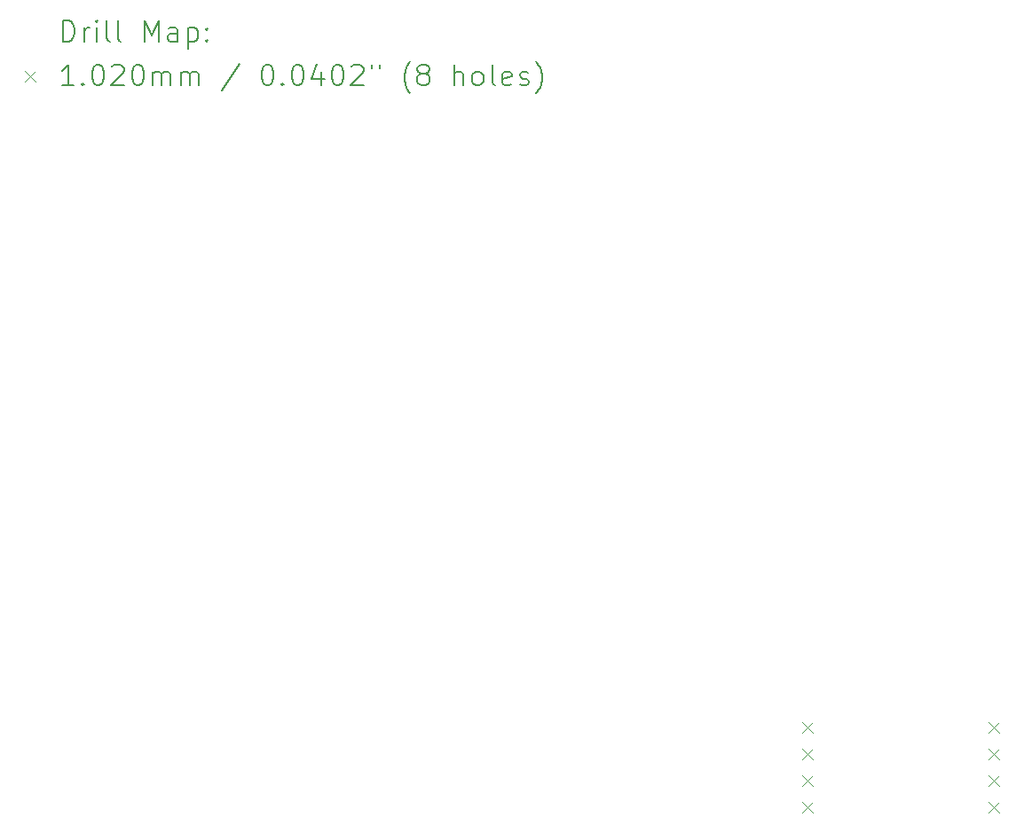
<source format=gbr>
%TF.GenerationSoftware,KiCad,Pcbnew,7.0.8*%
%TF.CreationDate,2024-01-23T15:03:54-05:00*%
%TF.ProjectId,SupervisoryCircuitPCB,53757065-7276-4697-936f-727943697263,rev?*%
%TF.SameCoordinates,Original*%
%TF.FileFunction,Drillmap*%
%TF.FilePolarity,Positive*%
%FSLAX45Y45*%
G04 Gerber Fmt 4.5, Leading zero omitted, Abs format (unit mm)*
G04 Created by KiCad (PCBNEW 7.0.8) date 2024-01-23 15:03:54*
%MOMM*%
%LPD*%
G01*
G04 APERTURE LIST*
%ADD10C,0.200000*%
%ADD11C,0.102000*%
G04 APERTURE END LIST*
D10*
D11*
X7315000Y-6807000D02*
X7417000Y-6909000D01*
X7417000Y-6807000D02*
X7315000Y-6909000D01*
X7315000Y-7061000D02*
X7417000Y-7163000D01*
X7417000Y-7061000D02*
X7315000Y-7163000D01*
X7315000Y-7315000D02*
X7417000Y-7417000D01*
X7417000Y-7315000D02*
X7315000Y-7417000D01*
X7315000Y-7569000D02*
X7417000Y-7671000D01*
X7417000Y-7569000D02*
X7315000Y-7671000D01*
X9093000Y-6807000D02*
X9195000Y-6909000D01*
X9195000Y-6807000D02*
X9093000Y-6909000D01*
X9093000Y-7061000D02*
X9195000Y-7163000D01*
X9195000Y-7061000D02*
X9093000Y-7163000D01*
X9093000Y-7315000D02*
X9195000Y-7417000D01*
X9195000Y-7315000D02*
X9093000Y-7417000D01*
X9093000Y-7569000D02*
X9195000Y-7671000D01*
X9195000Y-7569000D02*
X9093000Y-7671000D01*
D10*
X260777Y-311484D02*
X260777Y-111484D01*
X260777Y-111484D02*
X308396Y-111484D01*
X308396Y-111484D02*
X336967Y-121008D01*
X336967Y-121008D02*
X356015Y-140055D01*
X356015Y-140055D02*
X365539Y-159103D01*
X365539Y-159103D02*
X375062Y-197198D01*
X375062Y-197198D02*
X375062Y-225769D01*
X375062Y-225769D02*
X365539Y-263865D01*
X365539Y-263865D02*
X356015Y-282912D01*
X356015Y-282912D02*
X336967Y-301960D01*
X336967Y-301960D02*
X308396Y-311484D01*
X308396Y-311484D02*
X260777Y-311484D01*
X460777Y-311484D02*
X460777Y-178150D01*
X460777Y-216246D02*
X470301Y-197198D01*
X470301Y-197198D02*
X479824Y-187674D01*
X479824Y-187674D02*
X498872Y-178150D01*
X498872Y-178150D02*
X517920Y-178150D01*
X584586Y-311484D02*
X584586Y-178150D01*
X584586Y-111484D02*
X575063Y-121008D01*
X575063Y-121008D02*
X584586Y-130531D01*
X584586Y-130531D02*
X594110Y-121008D01*
X594110Y-121008D02*
X584586Y-111484D01*
X584586Y-111484D02*
X584586Y-130531D01*
X708396Y-311484D02*
X689348Y-301960D01*
X689348Y-301960D02*
X679824Y-282912D01*
X679824Y-282912D02*
X679824Y-111484D01*
X813158Y-311484D02*
X794110Y-301960D01*
X794110Y-301960D02*
X784586Y-282912D01*
X784586Y-282912D02*
X784586Y-111484D01*
X1041729Y-311484D02*
X1041729Y-111484D01*
X1041729Y-111484D02*
X1108396Y-254341D01*
X1108396Y-254341D02*
X1175063Y-111484D01*
X1175063Y-111484D02*
X1175063Y-311484D01*
X1356015Y-311484D02*
X1356015Y-206722D01*
X1356015Y-206722D02*
X1346491Y-187674D01*
X1346491Y-187674D02*
X1327444Y-178150D01*
X1327444Y-178150D02*
X1289348Y-178150D01*
X1289348Y-178150D02*
X1270301Y-187674D01*
X1356015Y-301960D02*
X1336967Y-311484D01*
X1336967Y-311484D02*
X1289348Y-311484D01*
X1289348Y-311484D02*
X1270301Y-301960D01*
X1270301Y-301960D02*
X1260777Y-282912D01*
X1260777Y-282912D02*
X1260777Y-263865D01*
X1260777Y-263865D02*
X1270301Y-244817D01*
X1270301Y-244817D02*
X1289348Y-235293D01*
X1289348Y-235293D02*
X1336967Y-235293D01*
X1336967Y-235293D02*
X1356015Y-225769D01*
X1451253Y-178150D02*
X1451253Y-378150D01*
X1451253Y-187674D02*
X1470301Y-178150D01*
X1470301Y-178150D02*
X1508396Y-178150D01*
X1508396Y-178150D02*
X1527443Y-187674D01*
X1527443Y-187674D02*
X1536967Y-197198D01*
X1536967Y-197198D02*
X1546491Y-216246D01*
X1546491Y-216246D02*
X1546491Y-273389D01*
X1546491Y-273389D02*
X1536967Y-292436D01*
X1536967Y-292436D02*
X1527443Y-301960D01*
X1527443Y-301960D02*
X1508396Y-311484D01*
X1508396Y-311484D02*
X1470301Y-311484D01*
X1470301Y-311484D02*
X1451253Y-301960D01*
X1632205Y-292436D02*
X1641729Y-301960D01*
X1641729Y-301960D02*
X1632205Y-311484D01*
X1632205Y-311484D02*
X1622682Y-301960D01*
X1622682Y-301960D02*
X1632205Y-292436D01*
X1632205Y-292436D02*
X1632205Y-311484D01*
X1632205Y-187674D02*
X1641729Y-197198D01*
X1641729Y-197198D02*
X1632205Y-206722D01*
X1632205Y-206722D02*
X1622682Y-197198D01*
X1622682Y-197198D02*
X1632205Y-187674D01*
X1632205Y-187674D02*
X1632205Y-206722D01*
D11*
X-102000Y-589000D02*
X0Y-691000D01*
X0Y-589000D02*
X-102000Y-691000D01*
D10*
X365539Y-731484D02*
X251253Y-731484D01*
X308396Y-731484D02*
X308396Y-531484D01*
X308396Y-531484D02*
X289348Y-560055D01*
X289348Y-560055D02*
X270301Y-579103D01*
X270301Y-579103D02*
X251253Y-588627D01*
X451253Y-712436D02*
X460777Y-721960D01*
X460777Y-721960D02*
X451253Y-731484D01*
X451253Y-731484D02*
X441729Y-721960D01*
X441729Y-721960D02*
X451253Y-712436D01*
X451253Y-712436D02*
X451253Y-731484D01*
X584586Y-531484D02*
X603634Y-531484D01*
X603634Y-531484D02*
X622682Y-541008D01*
X622682Y-541008D02*
X632205Y-550531D01*
X632205Y-550531D02*
X641729Y-569579D01*
X641729Y-569579D02*
X651253Y-607674D01*
X651253Y-607674D02*
X651253Y-655293D01*
X651253Y-655293D02*
X641729Y-693389D01*
X641729Y-693389D02*
X632205Y-712436D01*
X632205Y-712436D02*
X622682Y-721960D01*
X622682Y-721960D02*
X603634Y-731484D01*
X603634Y-731484D02*
X584586Y-731484D01*
X584586Y-731484D02*
X565539Y-721960D01*
X565539Y-721960D02*
X556015Y-712436D01*
X556015Y-712436D02*
X546491Y-693389D01*
X546491Y-693389D02*
X536967Y-655293D01*
X536967Y-655293D02*
X536967Y-607674D01*
X536967Y-607674D02*
X546491Y-569579D01*
X546491Y-569579D02*
X556015Y-550531D01*
X556015Y-550531D02*
X565539Y-541008D01*
X565539Y-541008D02*
X584586Y-531484D01*
X727443Y-550531D02*
X736967Y-541008D01*
X736967Y-541008D02*
X756015Y-531484D01*
X756015Y-531484D02*
X803634Y-531484D01*
X803634Y-531484D02*
X822682Y-541008D01*
X822682Y-541008D02*
X832205Y-550531D01*
X832205Y-550531D02*
X841729Y-569579D01*
X841729Y-569579D02*
X841729Y-588627D01*
X841729Y-588627D02*
X832205Y-617198D01*
X832205Y-617198D02*
X717920Y-731484D01*
X717920Y-731484D02*
X841729Y-731484D01*
X965539Y-531484D02*
X984586Y-531484D01*
X984586Y-531484D02*
X1003634Y-541008D01*
X1003634Y-541008D02*
X1013158Y-550531D01*
X1013158Y-550531D02*
X1022682Y-569579D01*
X1022682Y-569579D02*
X1032205Y-607674D01*
X1032205Y-607674D02*
X1032205Y-655293D01*
X1032205Y-655293D02*
X1022682Y-693389D01*
X1022682Y-693389D02*
X1013158Y-712436D01*
X1013158Y-712436D02*
X1003634Y-721960D01*
X1003634Y-721960D02*
X984586Y-731484D01*
X984586Y-731484D02*
X965539Y-731484D01*
X965539Y-731484D02*
X946491Y-721960D01*
X946491Y-721960D02*
X936967Y-712436D01*
X936967Y-712436D02*
X927443Y-693389D01*
X927443Y-693389D02*
X917920Y-655293D01*
X917920Y-655293D02*
X917920Y-607674D01*
X917920Y-607674D02*
X927443Y-569579D01*
X927443Y-569579D02*
X936967Y-550531D01*
X936967Y-550531D02*
X946491Y-541008D01*
X946491Y-541008D02*
X965539Y-531484D01*
X1117920Y-731484D02*
X1117920Y-598150D01*
X1117920Y-617198D02*
X1127444Y-607674D01*
X1127444Y-607674D02*
X1146491Y-598150D01*
X1146491Y-598150D02*
X1175063Y-598150D01*
X1175063Y-598150D02*
X1194110Y-607674D01*
X1194110Y-607674D02*
X1203634Y-626722D01*
X1203634Y-626722D02*
X1203634Y-731484D01*
X1203634Y-626722D02*
X1213158Y-607674D01*
X1213158Y-607674D02*
X1232205Y-598150D01*
X1232205Y-598150D02*
X1260777Y-598150D01*
X1260777Y-598150D02*
X1279825Y-607674D01*
X1279825Y-607674D02*
X1289348Y-626722D01*
X1289348Y-626722D02*
X1289348Y-731484D01*
X1384586Y-731484D02*
X1384586Y-598150D01*
X1384586Y-617198D02*
X1394110Y-607674D01*
X1394110Y-607674D02*
X1413158Y-598150D01*
X1413158Y-598150D02*
X1441729Y-598150D01*
X1441729Y-598150D02*
X1460777Y-607674D01*
X1460777Y-607674D02*
X1470301Y-626722D01*
X1470301Y-626722D02*
X1470301Y-731484D01*
X1470301Y-626722D02*
X1479824Y-607674D01*
X1479824Y-607674D02*
X1498872Y-598150D01*
X1498872Y-598150D02*
X1527443Y-598150D01*
X1527443Y-598150D02*
X1546491Y-607674D01*
X1546491Y-607674D02*
X1556015Y-626722D01*
X1556015Y-626722D02*
X1556015Y-731484D01*
X1946491Y-521960D02*
X1775063Y-779103D01*
X2203634Y-531484D02*
X2222682Y-531484D01*
X2222682Y-531484D02*
X2241729Y-541008D01*
X2241729Y-541008D02*
X2251253Y-550531D01*
X2251253Y-550531D02*
X2260777Y-569579D01*
X2260777Y-569579D02*
X2270301Y-607674D01*
X2270301Y-607674D02*
X2270301Y-655293D01*
X2270301Y-655293D02*
X2260777Y-693389D01*
X2260777Y-693389D02*
X2251253Y-712436D01*
X2251253Y-712436D02*
X2241729Y-721960D01*
X2241729Y-721960D02*
X2222682Y-731484D01*
X2222682Y-731484D02*
X2203634Y-731484D01*
X2203634Y-731484D02*
X2184587Y-721960D01*
X2184587Y-721960D02*
X2175063Y-712436D01*
X2175063Y-712436D02*
X2165539Y-693389D01*
X2165539Y-693389D02*
X2156015Y-655293D01*
X2156015Y-655293D02*
X2156015Y-607674D01*
X2156015Y-607674D02*
X2165539Y-569579D01*
X2165539Y-569579D02*
X2175063Y-550531D01*
X2175063Y-550531D02*
X2184587Y-541008D01*
X2184587Y-541008D02*
X2203634Y-531484D01*
X2356015Y-712436D02*
X2365539Y-721960D01*
X2365539Y-721960D02*
X2356015Y-731484D01*
X2356015Y-731484D02*
X2346491Y-721960D01*
X2346491Y-721960D02*
X2356015Y-712436D01*
X2356015Y-712436D02*
X2356015Y-731484D01*
X2489348Y-531484D02*
X2508396Y-531484D01*
X2508396Y-531484D02*
X2527444Y-541008D01*
X2527444Y-541008D02*
X2536968Y-550531D01*
X2536968Y-550531D02*
X2546491Y-569579D01*
X2546491Y-569579D02*
X2556015Y-607674D01*
X2556015Y-607674D02*
X2556015Y-655293D01*
X2556015Y-655293D02*
X2546491Y-693389D01*
X2546491Y-693389D02*
X2536968Y-712436D01*
X2536968Y-712436D02*
X2527444Y-721960D01*
X2527444Y-721960D02*
X2508396Y-731484D01*
X2508396Y-731484D02*
X2489348Y-731484D01*
X2489348Y-731484D02*
X2470301Y-721960D01*
X2470301Y-721960D02*
X2460777Y-712436D01*
X2460777Y-712436D02*
X2451253Y-693389D01*
X2451253Y-693389D02*
X2441729Y-655293D01*
X2441729Y-655293D02*
X2441729Y-607674D01*
X2441729Y-607674D02*
X2451253Y-569579D01*
X2451253Y-569579D02*
X2460777Y-550531D01*
X2460777Y-550531D02*
X2470301Y-541008D01*
X2470301Y-541008D02*
X2489348Y-531484D01*
X2727444Y-598150D02*
X2727444Y-731484D01*
X2679825Y-521960D02*
X2632206Y-664817D01*
X2632206Y-664817D02*
X2756015Y-664817D01*
X2870301Y-531484D02*
X2889348Y-531484D01*
X2889348Y-531484D02*
X2908396Y-541008D01*
X2908396Y-541008D02*
X2917920Y-550531D01*
X2917920Y-550531D02*
X2927444Y-569579D01*
X2927444Y-569579D02*
X2936967Y-607674D01*
X2936967Y-607674D02*
X2936967Y-655293D01*
X2936967Y-655293D02*
X2927444Y-693389D01*
X2927444Y-693389D02*
X2917920Y-712436D01*
X2917920Y-712436D02*
X2908396Y-721960D01*
X2908396Y-721960D02*
X2889348Y-731484D01*
X2889348Y-731484D02*
X2870301Y-731484D01*
X2870301Y-731484D02*
X2851253Y-721960D01*
X2851253Y-721960D02*
X2841729Y-712436D01*
X2841729Y-712436D02*
X2832206Y-693389D01*
X2832206Y-693389D02*
X2822682Y-655293D01*
X2822682Y-655293D02*
X2822682Y-607674D01*
X2822682Y-607674D02*
X2832206Y-569579D01*
X2832206Y-569579D02*
X2841729Y-550531D01*
X2841729Y-550531D02*
X2851253Y-541008D01*
X2851253Y-541008D02*
X2870301Y-531484D01*
X3013158Y-550531D02*
X3022682Y-541008D01*
X3022682Y-541008D02*
X3041729Y-531484D01*
X3041729Y-531484D02*
X3089348Y-531484D01*
X3089348Y-531484D02*
X3108396Y-541008D01*
X3108396Y-541008D02*
X3117920Y-550531D01*
X3117920Y-550531D02*
X3127444Y-569579D01*
X3127444Y-569579D02*
X3127444Y-588627D01*
X3127444Y-588627D02*
X3117920Y-617198D01*
X3117920Y-617198D02*
X3003634Y-731484D01*
X3003634Y-731484D02*
X3127444Y-731484D01*
X3203634Y-531484D02*
X3203634Y-569579D01*
X3279825Y-531484D02*
X3279825Y-569579D01*
X3575063Y-807674D02*
X3565539Y-798150D01*
X3565539Y-798150D02*
X3546491Y-769579D01*
X3546491Y-769579D02*
X3536968Y-750531D01*
X3536968Y-750531D02*
X3527444Y-721960D01*
X3527444Y-721960D02*
X3517920Y-674341D01*
X3517920Y-674341D02*
X3517920Y-636246D01*
X3517920Y-636246D02*
X3527444Y-588627D01*
X3527444Y-588627D02*
X3536968Y-560055D01*
X3536968Y-560055D02*
X3546491Y-541008D01*
X3546491Y-541008D02*
X3565539Y-512436D01*
X3565539Y-512436D02*
X3575063Y-502912D01*
X3679825Y-617198D02*
X3660777Y-607674D01*
X3660777Y-607674D02*
X3651253Y-598150D01*
X3651253Y-598150D02*
X3641729Y-579103D01*
X3641729Y-579103D02*
X3641729Y-569579D01*
X3641729Y-569579D02*
X3651253Y-550531D01*
X3651253Y-550531D02*
X3660777Y-541008D01*
X3660777Y-541008D02*
X3679825Y-531484D01*
X3679825Y-531484D02*
X3717920Y-531484D01*
X3717920Y-531484D02*
X3736968Y-541008D01*
X3736968Y-541008D02*
X3746491Y-550531D01*
X3746491Y-550531D02*
X3756015Y-569579D01*
X3756015Y-569579D02*
X3756015Y-579103D01*
X3756015Y-579103D02*
X3746491Y-598150D01*
X3746491Y-598150D02*
X3736968Y-607674D01*
X3736968Y-607674D02*
X3717920Y-617198D01*
X3717920Y-617198D02*
X3679825Y-617198D01*
X3679825Y-617198D02*
X3660777Y-626722D01*
X3660777Y-626722D02*
X3651253Y-636246D01*
X3651253Y-636246D02*
X3641729Y-655293D01*
X3641729Y-655293D02*
X3641729Y-693389D01*
X3641729Y-693389D02*
X3651253Y-712436D01*
X3651253Y-712436D02*
X3660777Y-721960D01*
X3660777Y-721960D02*
X3679825Y-731484D01*
X3679825Y-731484D02*
X3717920Y-731484D01*
X3717920Y-731484D02*
X3736968Y-721960D01*
X3736968Y-721960D02*
X3746491Y-712436D01*
X3746491Y-712436D02*
X3756015Y-693389D01*
X3756015Y-693389D02*
X3756015Y-655293D01*
X3756015Y-655293D02*
X3746491Y-636246D01*
X3746491Y-636246D02*
X3736968Y-626722D01*
X3736968Y-626722D02*
X3717920Y-617198D01*
X3994110Y-731484D02*
X3994110Y-531484D01*
X4079825Y-731484D02*
X4079825Y-626722D01*
X4079825Y-626722D02*
X4070301Y-607674D01*
X4070301Y-607674D02*
X4051253Y-598150D01*
X4051253Y-598150D02*
X4022682Y-598150D01*
X4022682Y-598150D02*
X4003634Y-607674D01*
X4003634Y-607674D02*
X3994110Y-617198D01*
X4203634Y-731484D02*
X4184587Y-721960D01*
X4184587Y-721960D02*
X4175063Y-712436D01*
X4175063Y-712436D02*
X4165539Y-693389D01*
X4165539Y-693389D02*
X4165539Y-636246D01*
X4165539Y-636246D02*
X4175063Y-617198D01*
X4175063Y-617198D02*
X4184587Y-607674D01*
X4184587Y-607674D02*
X4203634Y-598150D01*
X4203634Y-598150D02*
X4232206Y-598150D01*
X4232206Y-598150D02*
X4251253Y-607674D01*
X4251253Y-607674D02*
X4260777Y-617198D01*
X4260777Y-617198D02*
X4270301Y-636246D01*
X4270301Y-636246D02*
X4270301Y-693389D01*
X4270301Y-693389D02*
X4260777Y-712436D01*
X4260777Y-712436D02*
X4251253Y-721960D01*
X4251253Y-721960D02*
X4232206Y-731484D01*
X4232206Y-731484D02*
X4203634Y-731484D01*
X4384587Y-731484D02*
X4365539Y-721960D01*
X4365539Y-721960D02*
X4356015Y-702912D01*
X4356015Y-702912D02*
X4356015Y-531484D01*
X4536968Y-721960D02*
X4517920Y-731484D01*
X4517920Y-731484D02*
X4479825Y-731484D01*
X4479825Y-731484D02*
X4460777Y-721960D01*
X4460777Y-721960D02*
X4451253Y-702912D01*
X4451253Y-702912D02*
X4451253Y-626722D01*
X4451253Y-626722D02*
X4460777Y-607674D01*
X4460777Y-607674D02*
X4479825Y-598150D01*
X4479825Y-598150D02*
X4517920Y-598150D01*
X4517920Y-598150D02*
X4536968Y-607674D01*
X4536968Y-607674D02*
X4546492Y-626722D01*
X4546492Y-626722D02*
X4546492Y-645770D01*
X4546492Y-645770D02*
X4451253Y-664817D01*
X4622682Y-721960D02*
X4641730Y-731484D01*
X4641730Y-731484D02*
X4679825Y-731484D01*
X4679825Y-731484D02*
X4698873Y-721960D01*
X4698873Y-721960D02*
X4708396Y-702912D01*
X4708396Y-702912D02*
X4708396Y-693389D01*
X4708396Y-693389D02*
X4698873Y-674341D01*
X4698873Y-674341D02*
X4679825Y-664817D01*
X4679825Y-664817D02*
X4651253Y-664817D01*
X4651253Y-664817D02*
X4632206Y-655293D01*
X4632206Y-655293D02*
X4622682Y-636246D01*
X4622682Y-636246D02*
X4622682Y-626722D01*
X4622682Y-626722D02*
X4632206Y-607674D01*
X4632206Y-607674D02*
X4651253Y-598150D01*
X4651253Y-598150D02*
X4679825Y-598150D01*
X4679825Y-598150D02*
X4698873Y-607674D01*
X4775063Y-807674D02*
X4784587Y-798150D01*
X4784587Y-798150D02*
X4803634Y-769579D01*
X4803634Y-769579D02*
X4813158Y-750531D01*
X4813158Y-750531D02*
X4822682Y-721960D01*
X4822682Y-721960D02*
X4832206Y-674341D01*
X4832206Y-674341D02*
X4832206Y-636246D01*
X4832206Y-636246D02*
X4822682Y-588627D01*
X4822682Y-588627D02*
X4813158Y-560055D01*
X4813158Y-560055D02*
X4803634Y-541008D01*
X4803634Y-541008D02*
X4784587Y-512436D01*
X4784587Y-512436D02*
X4775063Y-502912D01*
M02*

</source>
